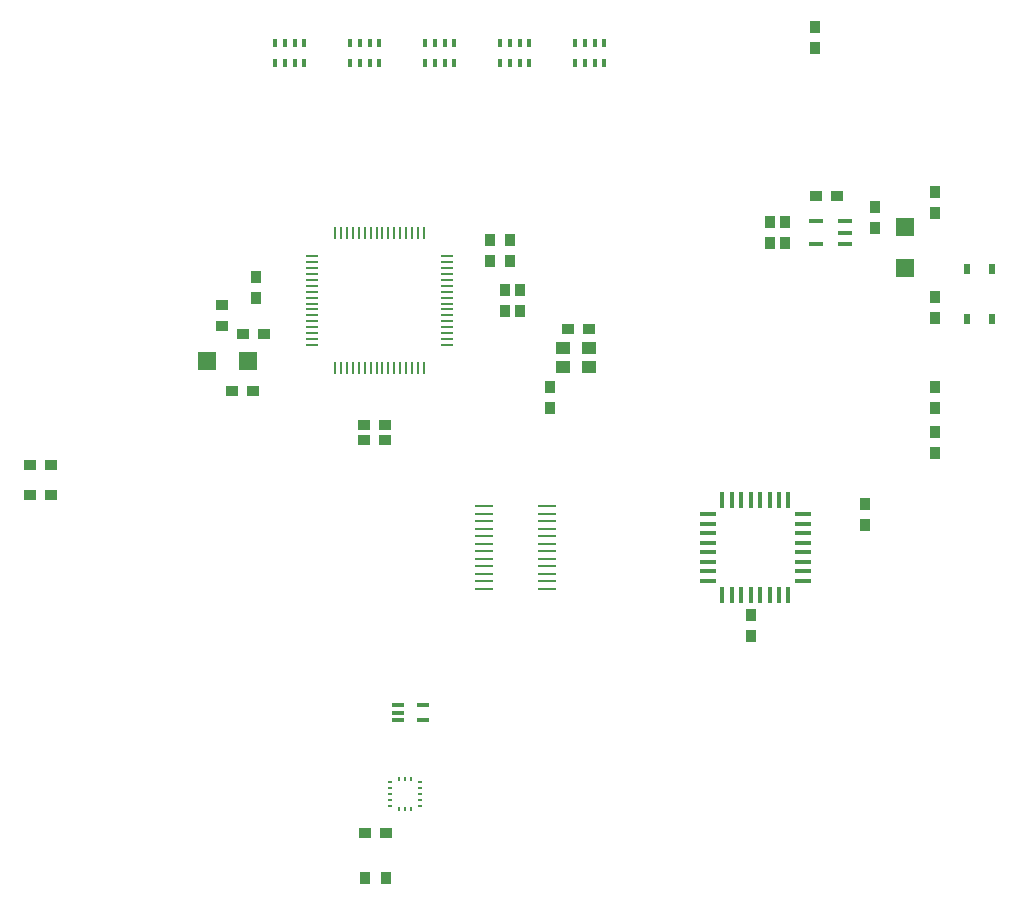
<source format=gbr>
%FSLAX35Y35*%
%MOIN*%
G04 EasyPC Gerber Version 18.0.8 Build 3632 *
%ADD106R,0.00781X0.04324*%
%ADD117R,0.00800X0.01600*%
%ADD116R,0.01200X0.03100*%
%ADD112R,0.01570X0.05700*%
%ADD115R,0.02200X0.03800*%
%ADD108R,0.03537X0.03891*%
%ADD120R,0.03540X0.03930*%
%ADD109R,0.05900X0.05900*%
%ADD121O,0.06100X0.00900*%
%ADD107R,0.04324X0.00781*%
%ADD118R,0.01600X0.00800*%
%ADD119R,0.04200X0.01400*%
%ADD113R,0.05700X0.01570*%
%ADD26R,0.04600X0.01800*%
%ADD110R,0.03891X0.03537*%
%ADD111R,0.03930X0.03540*%
%ADD114R,0.05112X0.04128*%
X0Y0D02*
D02*
D26*
X330941Y253741D03*
Y261241D03*
X340541Y253741D03*
Y257491D03*
Y261241D03*
D02*
D106*
X170678Y212351D03*
Y257232D03*
X172646Y212351D03*
Y257232D03*
X174615Y212351D03*
Y257232D03*
X176583Y212351D03*
Y257232D03*
X178552Y212351D03*
Y257232D03*
X180520Y212351D03*
Y257232D03*
X182489Y212351D03*
Y257232D03*
X184457Y212351D03*
Y257232D03*
X186426Y212351D03*
Y257232D03*
X188394Y212351D03*
Y257232D03*
X190363Y212351D03*
Y257232D03*
X192331Y212351D03*
Y257232D03*
X194300Y212351D03*
Y257232D03*
X196268Y212351D03*
Y257232D03*
X198237Y212351D03*
Y257232D03*
X200205Y212351D03*
Y257232D03*
D02*
D107*
X163001Y220028D03*
Y221996D03*
Y223965D03*
Y225933D03*
Y227902D03*
Y229870D03*
Y231839D03*
Y233807D03*
Y235776D03*
Y237744D03*
Y239713D03*
Y241681D03*
Y243650D03*
Y245618D03*
Y247587D03*
Y249555D03*
X207882Y220028D03*
Y221996D03*
Y223965D03*
Y225933D03*
Y227902D03*
Y229870D03*
Y231839D03*
Y233807D03*
Y235776D03*
Y237744D03*
Y239713D03*
Y241681D03*
Y243650D03*
Y245618D03*
Y247587D03*
Y249555D03*
D02*
D108*
X144409Y235505D03*
Y242505D03*
X222411Y247985D03*
Y254985D03*
X227404Y231291D03*
Y238291D03*
X229026Y247861D03*
Y254861D03*
X232404Y231291D03*
Y238291D03*
X242241Y198991D03*
Y205991D03*
X309241Y122991D03*
Y129991D03*
X315741Y253991D03*
Y260991D03*
X320741Y253991D03*
Y260991D03*
X330741Y318991D03*
Y325991D03*
X347339Y160124D03*
Y167124D03*
X350741Y258991D03*
Y265991D03*
X370741Y183991D03*
Y190991D03*
Y198991D03*
Y205991D03*
Y228991D03*
Y235991D03*
Y263991D03*
Y270991D03*
D02*
D109*
X128041Y214791D03*
X141441D03*
X360741Y245791D03*
Y259191D03*
D02*
D110*
X68977Y169956D03*
Y179956D03*
X75977Y169956D03*
Y179956D03*
X136241Y204791D03*
X139786Y223530D03*
X143241Y204791D03*
X146786Y223530D03*
X180241Y188391D03*
Y193391D03*
X180597Y57491D03*
X187241Y188391D03*
Y193391D03*
X187597Y57491D03*
X248241Y225491D03*
X255241D03*
X330985Y269582D03*
X337985D03*
D02*
D111*
X132803Y226291D03*
Y233291D03*
D02*
D112*
X299718Y136645D03*
Y168338D03*
X302867Y136645D03*
Y168338D03*
X306017Y136645D03*
Y168338D03*
X309167Y136645D03*
Y168338D03*
X312316Y136645D03*
Y168338D03*
X315466Y136645D03*
Y168338D03*
X318615Y136645D03*
Y168338D03*
X321765Y136645D03*
Y168338D03*
D02*
D113*
X294895Y141468D03*
Y144617D03*
Y147767D03*
Y150917D03*
Y154066D03*
Y157216D03*
Y160365D03*
Y163515D03*
X326588Y141468D03*
Y144617D03*
Y147767D03*
Y150917D03*
Y154066D03*
Y157216D03*
Y160365D03*
Y163515D03*
D02*
D114*
X246435Y218962D03*
X246436Y212662D03*
X255135Y212663D03*
Y218965D03*
D02*
D115*
X381241Y228791D03*
Y245191D03*
X389741Y228791D03*
Y245191D03*
D02*
D116*
X150741Y314141D03*
Y320641D03*
X153941Y314141D03*
Y320641D03*
X157141Y314141D03*
Y320641D03*
X160341Y314141D03*
Y320641D03*
X175741Y314141D03*
Y320641D03*
X178941Y314141D03*
Y320641D03*
X182141Y314141D03*
Y320641D03*
X185341Y314141D03*
Y320641D03*
X200741Y314141D03*
Y320641D03*
X203941Y314141D03*
Y320641D03*
X207141Y314141D03*
Y320641D03*
X210341Y314141D03*
Y320641D03*
X225741Y314141D03*
Y320641D03*
X228941Y314141D03*
Y320641D03*
X232141Y314141D03*
Y320641D03*
X235341Y314141D03*
Y320641D03*
X250741Y314141D03*
Y320641D03*
X253941Y314141D03*
Y320641D03*
X257141Y314141D03*
Y320641D03*
X260341Y314141D03*
Y320641D03*
D02*
D117*
X191773Y65423D03*
Y75423D03*
X193773Y65423D03*
Y75423D03*
X195773Y65423D03*
Y75423D03*
D02*
D118*
X188873Y66423D03*
Y68423D03*
Y70423D03*
Y72423D03*
Y74423D03*
X198773Y66423D03*
Y68423D03*
Y70423D03*
Y72423D03*
Y74423D03*
D02*
D119*
X191617Y94932D03*
Y97491D03*
Y100050D03*
X199866Y94932D03*
Y100050D03*
D02*
D120*
X180597Y42491D03*
X187597D03*
D02*
D121*
X220241Y138741D03*
Y141241D03*
Y143741D03*
Y146241D03*
Y148741D03*
Y151241D03*
Y153741D03*
Y156241D03*
Y158741D03*
Y161241D03*
Y163741D03*
Y166241D03*
X241241Y138741D03*
Y141241D03*
Y143741D03*
Y146241D03*
Y148741D03*
Y151241D03*
Y153741D03*
Y156241D03*
Y158741D03*
Y161241D03*
Y163741D03*
Y166241D03*
X0Y0D02*
M02*

</source>
